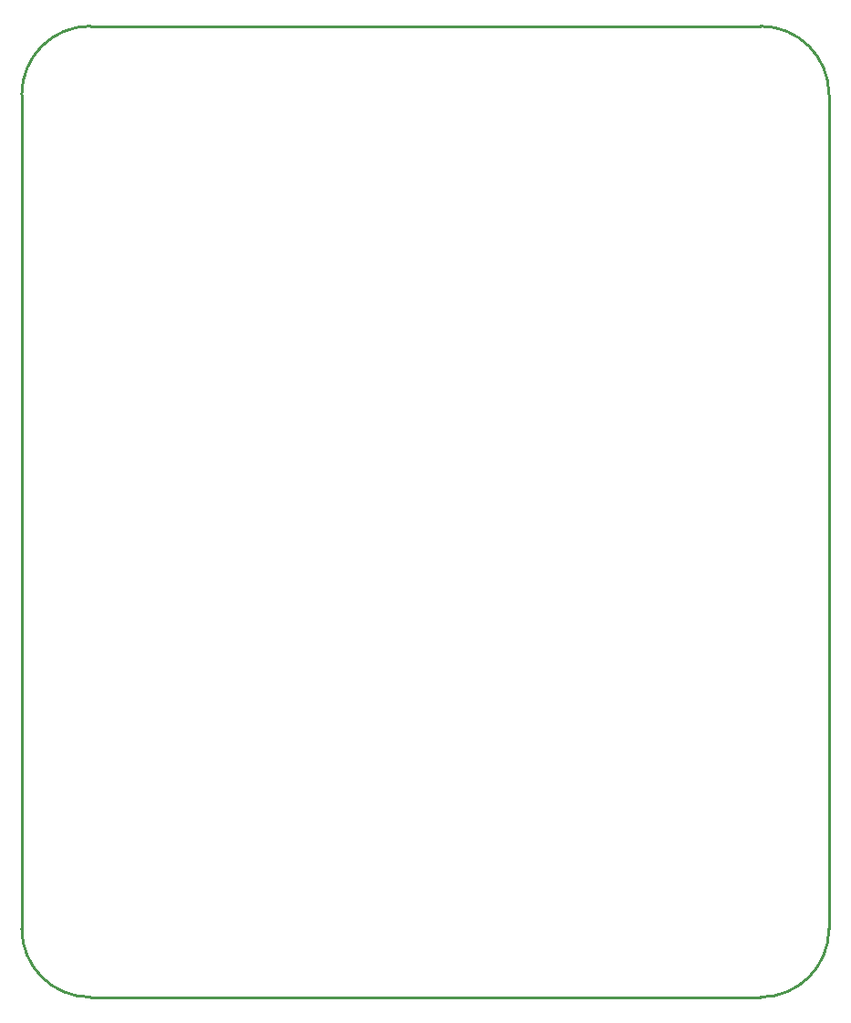
<source format=gm1>
%TF.GenerationSoftware,KiCad,Pcbnew,5.1.6-c6e7f7d~87~ubuntu20.04.1*%
%TF.CreationDate,2020-07-21T15:37:17-04:00*%
%TF.ProjectId,y_arena_valve_controller,795f6172-656e-4615-9f76-616c76655f63,1.1*%
%TF.SameCoordinates,Original*%
%TF.FileFunction,Profile,NP*%
%FSLAX46Y46*%
G04 Gerber Fmt 4.6, Leading zero omitted, Abs format (unit mm)*
G04 Created by KiCad (PCBNEW 5.1.6-c6e7f7d~87~ubuntu20.04.1) date 2020-07-21 15:37:17*
%MOMM*%
%LPD*%
G01*
G04 APERTURE LIST*
%TA.AperFunction,Profile*%
%ADD10C,0.279400*%
%TD*%
G04 APERTURE END LIST*
D10*
X125730000Y-134620000D02*
G75*
G02*
X119380000Y-140970000I-6350000J0D01*
G01*
X57150000Y-140970000D02*
G75*
G02*
X50800000Y-134620000I0J6350000D01*
G01*
X119380000Y-50800000D02*
G75*
G02*
X125730000Y-57150000I0J-6350000D01*
G01*
X50800000Y-57150000D02*
G75*
G02*
X57150000Y-50800000I6350000J0D01*
G01*
X57150000Y-50800000D02*
X119380000Y-50800000D01*
X50800000Y-134620000D02*
X50800000Y-57150000D01*
X119380000Y-140970000D02*
X57150000Y-140970000D01*
X125730000Y-57150000D02*
X125730000Y-134620000D01*
M02*

</source>
